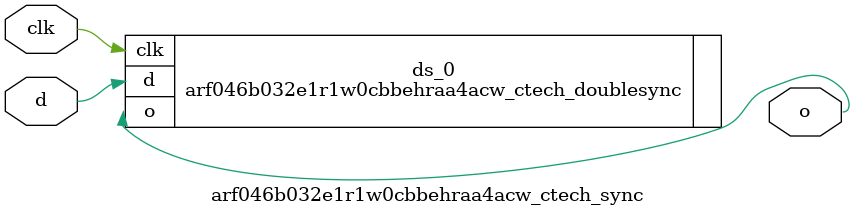
<source format=sv>

`ifndef ARF046B032E1R1W0CBBEHRAA4ACW_CTECH_SYNC_SV
`define ARF046B032E1R1W0CBBEHRAA4ACW_CTECH_SYNC_SV

module arf046b032e1r1w0cbbehraa4acw_ctech_sync (
  input  logic  clk,
  input  logic  d,

  output logic  o
);

  arf046b032e1r1w0cbbehraa4acw_ctech_doublesync ds_0 (.o(o), .d(d), .clk(clk));

endmodule // arf046b032e1r1w0cbbehraa4acw_ctech_sync

`endif // ARF046B032E1R1W0CBBEHRAA4ACW_CTECH_SYNC_SV
</source>
